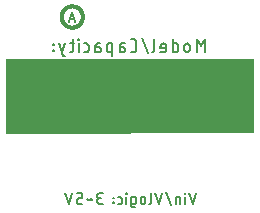
<source format=gbr>
G04 EAGLE Gerber RS-274X export*
G75*
%MOMM*%
%FSLAX34Y34*%
%LPD*%
%INSilkscreen Bottom*%
%IPPOS*%
%AMOC8*
5,1,8,0,0,1.08239X$1,22.5*%
G01*
%ADD10C,0.152400*%
%ADD11C,0.203200*%
%ADD12C,0.304800*%

G36*
X212090Y64603D02*
X212090Y64603D01*
X212095Y64607D01*
X212095Y64608D01*
X212095Y127000D01*
X212091Y127005D01*
X212090Y127005D01*
X2540Y127005D01*
X2535Y127001D01*
X2535Y127000D01*
X2535Y63444D01*
X2539Y63439D01*
X2540Y63439D01*
X212090Y64603D01*
G37*
D10*
X163254Y13208D02*
X160375Y4572D01*
X157497Y13208D01*
X153975Y10329D02*
X153975Y4572D01*
X154214Y12728D02*
X154214Y13208D01*
X153735Y13208D01*
X153735Y12728D01*
X154214Y12728D01*
X149798Y10329D02*
X149798Y4572D01*
X149798Y10329D02*
X147399Y10329D01*
X147324Y10327D01*
X147249Y10321D01*
X147174Y10311D01*
X147100Y10298D01*
X147027Y10280D01*
X146954Y10259D01*
X146883Y10233D01*
X146814Y10205D01*
X146746Y10172D01*
X146680Y10136D01*
X146615Y10097D01*
X146553Y10054D01*
X146493Y10008D01*
X146436Y9959D01*
X146381Y9908D01*
X146330Y9853D01*
X146281Y9796D01*
X146235Y9736D01*
X146192Y9674D01*
X146153Y9610D01*
X146117Y9543D01*
X146084Y9475D01*
X146056Y9406D01*
X146030Y9335D01*
X146009Y9262D01*
X145991Y9189D01*
X145978Y9115D01*
X145968Y9040D01*
X145962Y8965D01*
X145960Y8890D01*
X145960Y4572D01*
X141873Y3612D02*
X138035Y14168D01*
X134603Y13208D02*
X131724Y4572D01*
X128846Y13208D01*
X125070Y13208D02*
X125070Y6011D01*
X125068Y5936D01*
X125062Y5861D01*
X125052Y5786D01*
X125039Y5712D01*
X125021Y5639D01*
X125000Y5566D01*
X124974Y5495D01*
X124946Y5426D01*
X124913Y5358D01*
X124877Y5292D01*
X124838Y5227D01*
X124795Y5165D01*
X124749Y5105D01*
X124700Y5048D01*
X124649Y4993D01*
X124594Y4942D01*
X124537Y4893D01*
X124477Y4847D01*
X124415Y4804D01*
X124351Y4765D01*
X124284Y4729D01*
X124216Y4696D01*
X124147Y4668D01*
X124076Y4642D01*
X124003Y4621D01*
X123930Y4603D01*
X123856Y4590D01*
X123781Y4580D01*
X123706Y4574D01*
X123631Y4572D01*
X120232Y6491D02*
X120232Y8410D01*
X120230Y8496D01*
X120224Y8582D01*
X120215Y8668D01*
X120201Y8753D01*
X120184Y8837D01*
X120163Y8921D01*
X120138Y9003D01*
X120110Y9084D01*
X120078Y9164D01*
X120042Y9243D01*
X120003Y9319D01*
X119960Y9394D01*
X119915Y9467D01*
X119866Y9538D01*
X119813Y9606D01*
X119758Y9673D01*
X119700Y9736D01*
X119639Y9797D01*
X119576Y9855D01*
X119509Y9910D01*
X119441Y9963D01*
X119370Y10012D01*
X119297Y10057D01*
X119222Y10100D01*
X119146Y10139D01*
X119067Y10175D01*
X118987Y10207D01*
X118906Y10235D01*
X118824Y10260D01*
X118740Y10281D01*
X118656Y10298D01*
X118571Y10312D01*
X118485Y10321D01*
X118399Y10327D01*
X118313Y10329D01*
X118227Y10327D01*
X118141Y10321D01*
X118055Y10312D01*
X117970Y10298D01*
X117886Y10281D01*
X117802Y10260D01*
X117720Y10235D01*
X117639Y10207D01*
X117559Y10175D01*
X117480Y10139D01*
X117404Y10100D01*
X117329Y10057D01*
X117256Y10012D01*
X117185Y9963D01*
X117117Y9910D01*
X117050Y9855D01*
X116987Y9797D01*
X116926Y9736D01*
X116868Y9673D01*
X116813Y9606D01*
X116760Y9538D01*
X116711Y9467D01*
X116666Y9394D01*
X116623Y9319D01*
X116584Y9243D01*
X116548Y9164D01*
X116516Y9084D01*
X116488Y9003D01*
X116463Y8921D01*
X116442Y8837D01*
X116425Y8753D01*
X116411Y8668D01*
X116402Y8582D01*
X116396Y8496D01*
X116394Y8410D01*
X116394Y6491D01*
X116396Y6405D01*
X116402Y6319D01*
X116411Y6233D01*
X116425Y6148D01*
X116442Y6064D01*
X116463Y5980D01*
X116488Y5898D01*
X116516Y5817D01*
X116548Y5737D01*
X116584Y5658D01*
X116623Y5582D01*
X116666Y5507D01*
X116711Y5434D01*
X116760Y5363D01*
X116813Y5295D01*
X116868Y5228D01*
X116926Y5165D01*
X116987Y5104D01*
X117050Y5046D01*
X117117Y4991D01*
X117185Y4938D01*
X117256Y4889D01*
X117329Y4844D01*
X117404Y4801D01*
X117480Y4762D01*
X117559Y4726D01*
X117639Y4694D01*
X117720Y4666D01*
X117802Y4641D01*
X117886Y4620D01*
X117970Y4603D01*
X118055Y4589D01*
X118141Y4580D01*
X118227Y4574D01*
X118313Y4572D01*
X118399Y4574D01*
X118485Y4580D01*
X118571Y4589D01*
X118656Y4603D01*
X118740Y4620D01*
X118824Y4641D01*
X118906Y4666D01*
X118987Y4694D01*
X119067Y4726D01*
X119146Y4762D01*
X119222Y4801D01*
X119297Y4844D01*
X119370Y4889D01*
X119441Y4938D01*
X119509Y4991D01*
X119576Y5046D01*
X119639Y5104D01*
X119700Y5165D01*
X119758Y5228D01*
X119813Y5295D01*
X119866Y5363D01*
X119915Y5434D01*
X119960Y5507D01*
X120003Y5582D01*
X120042Y5658D01*
X120078Y5737D01*
X120110Y5817D01*
X120138Y5898D01*
X120163Y5980D01*
X120184Y6064D01*
X120201Y6148D01*
X120215Y6233D01*
X120224Y6319D01*
X120230Y6405D01*
X120232Y6491D01*
X110936Y4572D02*
X108537Y4572D01*
X110936Y4572D02*
X111011Y4574D01*
X111086Y4580D01*
X111161Y4590D01*
X111235Y4603D01*
X111308Y4621D01*
X111381Y4642D01*
X111452Y4668D01*
X111521Y4696D01*
X111589Y4729D01*
X111656Y4765D01*
X111720Y4804D01*
X111782Y4847D01*
X111842Y4893D01*
X111899Y4942D01*
X111954Y4993D01*
X112005Y5048D01*
X112054Y5105D01*
X112100Y5165D01*
X112143Y5227D01*
X112182Y5292D01*
X112218Y5358D01*
X112251Y5426D01*
X112279Y5495D01*
X112305Y5566D01*
X112326Y5639D01*
X112344Y5712D01*
X112357Y5786D01*
X112367Y5861D01*
X112373Y5936D01*
X112375Y6011D01*
X112375Y8890D01*
X112373Y8965D01*
X112367Y9040D01*
X112357Y9115D01*
X112344Y9189D01*
X112326Y9262D01*
X112305Y9335D01*
X112279Y9406D01*
X112251Y9475D01*
X112218Y9543D01*
X112182Y9610D01*
X112143Y9674D01*
X112100Y9736D01*
X112054Y9796D01*
X112005Y9853D01*
X111954Y9908D01*
X111899Y9959D01*
X111842Y10008D01*
X111782Y10054D01*
X111720Y10097D01*
X111656Y10136D01*
X111589Y10172D01*
X111521Y10205D01*
X111452Y10233D01*
X111381Y10259D01*
X111308Y10280D01*
X111235Y10298D01*
X111161Y10311D01*
X111086Y10321D01*
X111011Y10327D01*
X110936Y10329D01*
X108537Y10329D01*
X108537Y3133D01*
X108539Y3058D01*
X108545Y2983D01*
X108555Y2908D01*
X108568Y2834D01*
X108586Y2761D01*
X108607Y2688D01*
X108633Y2617D01*
X108661Y2548D01*
X108694Y2480D01*
X108730Y2414D01*
X108769Y2349D01*
X108812Y2287D01*
X108858Y2227D01*
X108907Y2170D01*
X108958Y2115D01*
X109013Y2064D01*
X109070Y2015D01*
X109130Y1969D01*
X109192Y1926D01*
X109257Y1887D01*
X109323Y1851D01*
X109391Y1818D01*
X109460Y1790D01*
X109531Y1764D01*
X109604Y1743D01*
X109677Y1725D01*
X109751Y1712D01*
X109826Y1702D01*
X109901Y1696D01*
X109976Y1694D01*
X109976Y1693D02*
X111896Y1693D01*
X104293Y4572D02*
X104293Y10329D01*
X104532Y12728D02*
X104532Y13208D01*
X104053Y13208D01*
X104053Y12728D01*
X104532Y12728D01*
X98966Y4572D02*
X97047Y4572D01*
X98966Y4572D02*
X99041Y4574D01*
X99116Y4580D01*
X99191Y4590D01*
X99265Y4603D01*
X99338Y4621D01*
X99411Y4642D01*
X99482Y4668D01*
X99551Y4696D01*
X99619Y4729D01*
X99686Y4765D01*
X99750Y4804D01*
X99812Y4847D01*
X99872Y4893D01*
X99929Y4942D01*
X99984Y4993D01*
X100035Y5048D01*
X100084Y5105D01*
X100130Y5165D01*
X100173Y5227D01*
X100212Y5292D01*
X100248Y5358D01*
X100281Y5426D01*
X100309Y5495D01*
X100335Y5566D01*
X100356Y5639D01*
X100374Y5712D01*
X100387Y5786D01*
X100397Y5861D01*
X100403Y5936D01*
X100405Y6011D01*
X100405Y8890D01*
X100403Y8965D01*
X100397Y9040D01*
X100387Y9115D01*
X100374Y9189D01*
X100356Y9262D01*
X100335Y9335D01*
X100309Y9406D01*
X100281Y9475D01*
X100248Y9543D01*
X100212Y9610D01*
X100173Y9674D01*
X100130Y9736D01*
X100084Y9796D01*
X100035Y9853D01*
X99984Y9908D01*
X99929Y9959D01*
X99872Y10008D01*
X99812Y10054D01*
X99750Y10097D01*
X99686Y10136D01*
X99619Y10172D01*
X99551Y10205D01*
X99482Y10233D01*
X99411Y10259D01*
X99338Y10280D01*
X99265Y10298D01*
X99191Y10311D01*
X99116Y10321D01*
X99041Y10327D01*
X98966Y10329D01*
X97047Y10329D01*
X93560Y5771D02*
X93560Y5292D01*
X93560Y5771D02*
X93080Y5771D01*
X93080Y5292D01*
X93560Y5292D01*
X93560Y9130D02*
X93560Y9610D01*
X93080Y9610D01*
X93080Y9130D01*
X93560Y9130D01*
X84136Y4572D02*
X81737Y4572D01*
X81640Y4574D01*
X81544Y4580D01*
X81448Y4589D01*
X81352Y4603D01*
X81257Y4620D01*
X81163Y4642D01*
X81070Y4667D01*
X80977Y4695D01*
X80886Y4728D01*
X80797Y4764D01*
X80709Y4804D01*
X80622Y4847D01*
X80537Y4893D01*
X80455Y4943D01*
X80374Y4997D01*
X80296Y5053D01*
X80220Y5113D01*
X80146Y5175D01*
X80075Y5241D01*
X80007Y5309D01*
X79941Y5380D01*
X79879Y5454D01*
X79819Y5530D01*
X79763Y5608D01*
X79709Y5689D01*
X79659Y5772D01*
X79613Y5856D01*
X79570Y5943D01*
X79530Y6031D01*
X79494Y6120D01*
X79461Y6211D01*
X79433Y6304D01*
X79408Y6397D01*
X79386Y6491D01*
X79369Y6586D01*
X79355Y6682D01*
X79346Y6778D01*
X79340Y6874D01*
X79338Y6971D01*
X79340Y7068D01*
X79346Y7164D01*
X79355Y7260D01*
X79369Y7356D01*
X79386Y7451D01*
X79408Y7545D01*
X79433Y7638D01*
X79461Y7731D01*
X79494Y7822D01*
X79530Y7911D01*
X79570Y7999D01*
X79613Y8086D01*
X79659Y8171D01*
X79709Y8253D01*
X79763Y8334D01*
X79819Y8412D01*
X79879Y8488D01*
X79941Y8562D01*
X80007Y8633D01*
X80075Y8701D01*
X80146Y8767D01*
X80220Y8829D01*
X80296Y8889D01*
X80374Y8945D01*
X80455Y8999D01*
X80538Y9049D01*
X80622Y9095D01*
X80709Y9138D01*
X80797Y9178D01*
X80886Y9214D01*
X80977Y9247D01*
X81070Y9275D01*
X81163Y9300D01*
X81257Y9322D01*
X81352Y9339D01*
X81448Y9353D01*
X81544Y9362D01*
X81640Y9368D01*
X81737Y9370D01*
X81258Y13208D02*
X84136Y13208D01*
X81258Y13208D02*
X81172Y13206D01*
X81086Y13200D01*
X81000Y13191D01*
X80915Y13177D01*
X80831Y13160D01*
X80747Y13139D01*
X80665Y13114D01*
X80584Y13086D01*
X80504Y13054D01*
X80425Y13018D01*
X80349Y12979D01*
X80274Y12936D01*
X80201Y12891D01*
X80130Y12842D01*
X80062Y12789D01*
X79995Y12734D01*
X79932Y12676D01*
X79871Y12615D01*
X79813Y12552D01*
X79758Y12485D01*
X79705Y12417D01*
X79656Y12346D01*
X79611Y12273D01*
X79568Y12198D01*
X79529Y12122D01*
X79493Y12043D01*
X79461Y11963D01*
X79433Y11882D01*
X79408Y11800D01*
X79387Y11716D01*
X79370Y11632D01*
X79356Y11547D01*
X79347Y11461D01*
X79341Y11375D01*
X79339Y11289D01*
X79341Y11203D01*
X79347Y11117D01*
X79356Y11031D01*
X79370Y10946D01*
X79387Y10862D01*
X79408Y10778D01*
X79433Y10696D01*
X79461Y10615D01*
X79493Y10535D01*
X79529Y10456D01*
X79568Y10380D01*
X79611Y10305D01*
X79656Y10232D01*
X79705Y10161D01*
X79758Y10093D01*
X79813Y10026D01*
X79871Y9963D01*
X79932Y9902D01*
X79995Y9844D01*
X80062Y9789D01*
X80130Y9736D01*
X80201Y9687D01*
X80274Y9642D01*
X80349Y9599D01*
X80425Y9560D01*
X80504Y9524D01*
X80584Y9492D01*
X80665Y9464D01*
X80747Y9439D01*
X80831Y9418D01*
X80915Y9401D01*
X81000Y9387D01*
X81086Y9378D01*
X81172Y9372D01*
X81258Y9370D01*
X83177Y9370D01*
X75123Y7451D02*
X75121Y7511D01*
X75115Y7571D01*
X75106Y7631D01*
X75093Y7690D01*
X75076Y7748D01*
X75056Y7804D01*
X75032Y7860D01*
X75004Y7913D01*
X74974Y7965D01*
X74940Y8015D01*
X74903Y8063D01*
X74863Y8108D01*
X74820Y8151D01*
X74775Y8191D01*
X74727Y8228D01*
X74677Y8262D01*
X74626Y8292D01*
X74572Y8320D01*
X74516Y8344D01*
X74460Y8364D01*
X74402Y8381D01*
X74343Y8394D01*
X74283Y8403D01*
X74223Y8409D01*
X74163Y8411D01*
X74163Y8410D02*
X74098Y8408D01*
X74033Y8403D01*
X73968Y8394D01*
X73903Y8382D01*
X73840Y8366D01*
X73778Y8346D01*
X73716Y8324D01*
X73656Y8298D01*
X73598Y8268D01*
X73541Y8236D01*
X73486Y8201D01*
X73433Y8162D01*
X73382Y8121D01*
X73334Y8077D01*
X73288Y8031D01*
X73244Y7982D01*
X73204Y7930D01*
X73203Y7931D02*
X73163Y7879D01*
X73119Y7830D01*
X73073Y7784D01*
X73025Y7740D01*
X72974Y7699D01*
X72921Y7660D01*
X72866Y7625D01*
X72809Y7593D01*
X72751Y7563D01*
X72691Y7537D01*
X72629Y7515D01*
X72567Y7495D01*
X72504Y7479D01*
X72439Y7467D01*
X72374Y7458D01*
X72309Y7453D01*
X72244Y7451D01*
X72244Y7450D02*
X72184Y7452D01*
X72124Y7458D01*
X72064Y7467D01*
X72005Y7480D01*
X71947Y7497D01*
X71891Y7517D01*
X71835Y7541D01*
X71781Y7569D01*
X71730Y7599D01*
X71680Y7633D01*
X71632Y7670D01*
X71587Y7710D01*
X71544Y7753D01*
X71504Y7798D01*
X71467Y7846D01*
X71433Y7896D01*
X71403Y7947D01*
X71375Y8001D01*
X71351Y8057D01*
X71331Y8113D01*
X71314Y8171D01*
X71301Y8230D01*
X71292Y8290D01*
X71286Y8350D01*
X71284Y8410D01*
X67068Y4572D02*
X64189Y4572D01*
X64103Y4574D01*
X64017Y4580D01*
X63931Y4589D01*
X63846Y4603D01*
X63762Y4620D01*
X63678Y4641D01*
X63596Y4666D01*
X63515Y4694D01*
X63435Y4726D01*
X63356Y4762D01*
X63280Y4801D01*
X63205Y4844D01*
X63132Y4889D01*
X63061Y4938D01*
X62993Y4991D01*
X62926Y5046D01*
X62863Y5104D01*
X62802Y5165D01*
X62744Y5228D01*
X62689Y5295D01*
X62636Y5363D01*
X62587Y5434D01*
X62542Y5507D01*
X62499Y5582D01*
X62460Y5658D01*
X62424Y5737D01*
X62392Y5817D01*
X62364Y5898D01*
X62339Y5980D01*
X62318Y6064D01*
X62301Y6148D01*
X62287Y6233D01*
X62278Y6319D01*
X62272Y6405D01*
X62270Y6491D01*
X62270Y7451D01*
X62272Y7537D01*
X62278Y7623D01*
X62287Y7709D01*
X62301Y7794D01*
X62318Y7878D01*
X62339Y7962D01*
X62364Y8044D01*
X62392Y8125D01*
X62424Y8205D01*
X62460Y8284D01*
X62499Y8360D01*
X62542Y8435D01*
X62587Y8508D01*
X62637Y8579D01*
X62689Y8647D01*
X62744Y8714D01*
X62802Y8777D01*
X62863Y8838D01*
X62926Y8896D01*
X62993Y8951D01*
X63061Y9004D01*
X63132Y9053D01*
X63205Y9098D01*
X63280Y9141D01*
X63356Y9180D01*
X63435Y9216D01*
X63515Y9248D01*
X63596Y9276D01*
X63679Y9301D01*
X63762Y9322D01*
X63846Y9339D01*
X63931Y9353D01*
X64017Y9362D01*
X64103Y9368D01*
X64189Y9370D01*
X67068Y9370D01*
X67068Y13208D01*
X62270Y13208D01*
X58403Y13208D02*
X55525Y4572D01*
X52646Y13208D01*
D11*
X171090Y133096D02*
X171090Y143764D01*
X167534Y137837D01*
X163978Y143764D01*
X163978Y133096D01*
X158094Y135467D02*
X158094Y137837D01*
X158092Y137934D01*
X158086Y138030D01*
X158076Y138126D01*
X158062Y138222D01*
X158045Y138317D01*
X158023Y138412D01*
X157998Y138505D01*
X157969Y138597D01*
X157936Y138688D01*
X157899Y138778D01*
X157859Y138866D01*
X157815Y138952D01*
X157768Y139036D01*
X157718Y139119D01*
X157664Y139199D01*
X157606Y139277D01*
X157546Y139353D01*
X157483Y139426D01*
X157417Y139496D01*
X157347Y139564D01*
X157276Y139629D01*
X157201Y139691D01*
X157124Y139749D01*
X157045Y139805D01*
X156964Y139857D01*
X156880Y139906D01*
X156795Y139952D01*
X156708Y139994D01*
X156619Y140032D01*
X156529Y140067D01*
X156437Y140098D01*
X156344Y140125D01*
X156251Y140149D01*
X156156Y140168D01*
X156060Y140184D01*
X155964Y140196D01*
X155868Y140204D01*
X155771Y140208D01*
X155675Y140208D01*
X155578Y140204D01*
X155482Y140196D01*
X155386Y140184D01*
X155290Y140168D01*
X155195Y140149D01*
X155102Y140125D01*
X155009Y140098D01*
X154917Y140067D01*
X154827Y140032D01*
X154738Y139994D01*
X154651Y139952D01*
X154566Y139906D01*
X154482Y139857D01*
X154401Y139805D01*
X154322Y139749D01*
X154245Y139691D01*
X154170Y139629D01*
X154099Y139564D01*
X154029Y139496D01*
X153963Y139426D01*
X153900Y139353D01*
X153840Y139277D01*
X153782Y139199D01*
X153728Y139119D01*
X153678Y139036D01*
X153631Y138952D01*
X153587Y138866D01*
X153547Y138778D01*
X153510Y138688D01*
X153477Y138597D01*
X153448Y138505D01*
X153423Y138412D01*
X153401Y138317D01*
X153384Y138222D01*
X153370Y138126D01*
X153360Y138030D01*
X153354Y137934D01*
X153352Y137837D01*
X153352Y135467D01*
X153354Y135370D01*
X153360Y135274D01*
X153370Y135178D01*
X153384Y135082D01*
X153401Y134987D01*
X153423Y134892D01*
X153448Y134799D01*
X153477Y134707D01*
X153510Y134616D01*
X153547Y134526D01*
X153587Y134438D01*
X153631Y134352D01*
X153678Y134268D01*
X153728Y134185D01*
X153782Y134105D01*
X153840Y134027D01*
X153900Y133951D01*
X153963Y133878D01*
X154029Y133808D01*
X154099Y133740D01*
X154170Y133675D01*
X154245Y133613D01*
X154322Y133555D01*
X154401Y133499D01*
X154482Y133447D01*
X154566Y133398D01*
X154651Y133352D01*
X154738Y133310D01*
X154827Y133272D01*
X154917Y133237D01*
X155009Y133206D01*
X155102Y133179D01*
X155195Y133155D01*
X155290Y133136D01*
X155386Y133120D01*
X155482Y133108D01*
X155578Y133100D01*
X155675Y133096D01*
X155771Y133096D01*
X155868Y133100D01*
X155964Y133108D01*
X156060Y133120D01*
X156156Y133136D01*
X156251Y133155D01*
X156344Y133179D01*
X156437Y133206D01*
X156529Y133237D01*
X156619Y133272D01*
X156708Y133310D01*
X156795Y133352D01*
X156880Y133398D01*
X156964Y133447D01*
X157045Y133499D01*
X157124Y133555D01*
X157201Y133613D01*
X157276Y133675D01*
X157347Y133740D01*
X157417Y133808D01*
X157483Y133878D01*
X157546Y133951D01*
X157606Y134027D01*
X157664Y134105D01*
X157718Y134185D01*
X157768Y134268D01*
X157815Y134352D01*
X157859Y134438D01*
X157899Y134526D01*
X157936Y134616D01*
X157969Y134707D01*
X157998Y134799D01*
X158023Y134892D01*
X158045Y134987D01*
X158062Y135082D01*
X158076Y135178D01*
X158086Y135274D01*
X158092Y135370D01*
X158094Y135467D01*
X143535Y133096D02*
X143535Y143764D01*
X143535Y133096D02*
X146498Y133096D01*
X146580Y133098D01*
X146662Y133104D01*
X146744Y133113D01*
X146825Y133126D01*
X146905Y133143D01*
X146985Y133164D01*
X147063Y133188D01*
X147140Y133216D01*
X147216Y133247D01*
X147291Y133282D01*
X147363Y133321D01*
X147434Y133362D01*
X147503Y133407D01*
X147569Y133455D01*
X147634Y133506D01*
X147696Y133560D01*
X147755Y133617D01*
X147812Y133676D01*
X147866Y133738D01*
X147917Y133803D01*
X147965Y133869D01*
X148010Y133938D01*
X148051Y134009D01*
X148090Y134081D01*
X148125Y134156D01*
X148156Y134232D01*
X148184Y134309D01*
X148208Y134387D01*
X148229Y134467D01*
X148246Y134547D01*
X148259Y134628D01*
X148268Y134710D01*
X148274Y134792D01*
X148276Y134874D01*
X148276Y138430D01*
X148274Y138512D01*
X148268Y138594D01*
X148259Y138676D01*
X148246Y138757D01*
X148229Y138837D01*
X148208Y138917D01*
X148184Y138995D01*
X148156Y139072D01*
X148125Y139148D01*
X148090Y139223D01*
X148051Y139295D01*
X148010Y139366D01*
X147965Y139435D01*
X147917Y139501D01*
X147866Y139566D01*
X147812Y139628D01*
X147755Y139687D01*
X147696Y139744D01*
X147634Y139798D01*
X147569Y139849D01*
X147503Y139897D01*
X147434Y139942D01*
X147363Y139983D01*
X147291Y140022D01*
X147216Y140057D01*
X147140Y140088D01*
X147063Y140116D01*
X146985Y140140D01*
X146905Y140161D01*
X146825Y140178D01*
X146744Y140191D01*
X146662Y140200D01*
X146580Y140206D01*
X146498Y140208D01*
X143535Y140208D01*
X136123Y133096D02*
X133159Y133096D01*
X136123Y133096D02*
X136205Y133098D01*
X136287Y133104D01*
X136369Y133113D01*
X136450Y133126D01*
X136530Y133143D01*
X136610Y133164D01*
X136688Y133188D01*
X136765Y133216D01*
X136841Y133247D01*
X136916Y133282D01*
X136988Y133321D01*
X137059Y133362D01*
X137128Y133407D01*
X137194Y133455D01*
X137259Y133506D01*
X137321Y133560D01*
X137380Y133617D01*
X137437Y133676D01*
X137491Y133738D01*
X137542Y133803D01*
X137590Y133869D01*
X137635Y133938D01*
X137676Y134009D01*
X137715Y134081D01*
X137750Y134156D01*
X137781Y134232D01*
X137809Y134309D01*
X137833Y134387D01*
X137854Y134467D01*
X137871Y134547D01*
X137884Y134628D01*
X137893Y134710D01*
X137899Y134792D01*
X137901Y134874D01*
X137901Y137837D01*
X137899Y137934D01*
X137893Y138030D01*
X137883Y138126D01*
X137869Y138222D01*
X137852Y138317D01*
X137830Y138412D01*
X137805Y138505D01*
X137776Y138597D01*
X137743Y138688D01*
X137706Y138778D01*
X137666Y138866D01*
X137622Y138952D01*
X137575Y139036D01*
X137525Y139119D01*
X137471Y139199D01*
X137413Y139277D01*
X137353Y139353D01*
X137290Y139426D01*
X137224Y139496D01*
X137154Y139564D01*
X137083Y139629D01*
X137008Y139691D01*
X136931Y139749D01*
X136852Y139805D01*
X136771Y139857D01*
X136687Y139906D01*
X136602Y139952D01*
X136515Y139994D01*
X136426Y140032D01*
X136336Y140067D01*
X136244Y140098D01*
X136151Y140125D01*
X136058Y140149D01*
X135963Y140168D01*
X135867Y140184D01*
X135771Y140196D01*
X135675Y140204D01*
X135578Y140208D01*
X135482Y140208D01*
X135385Y140204D01*
X135289Y140196D01*
X135193Y140184D01*
X135097Y140168D01*
X135002Y140149D01*
X134909Y140125D01*
X134816Y140098D01*
X134724Y140067D01*
X134634Y140032D01*
X134545Y139994D01*
X134458Y139952D01*
X134373Y139906D01*
X134289Y139857D01*
X134208Y139805D01*
X134129Y139749D01*
X134052Y139691D01*
X133977Y139629D01*
X133906Y139564D01*
X133836Y139496D01*
X133770Y139426D01*
X133707Y139353D01*
X133647Y139277D01*
X133589Y139199D01*
X133535Y139119D01*
X133485Y139036D01*
X133438Y138952D01*
X133394Y138866D01*
X133354Y138778D01*
X133317Y138688D01*
X133284Y138597D01*
X133255Y138505D01*
X133230Y138412D01*
X133208Y138317D01*
X133191Y138222D01*
X133177Y138126D01*
X133167Y138030D01*
X133161Y137934D01*
X133159Y137837D01*
X133159Y136652D01*
X137901Y136652D01*
X127961Y134874D02*
X127961Y143764D01*
X127961Y134874D02*
X127959Y134792D01*
X127953Y134710D01*
X127944Y134628D01*
X127931Y134547D01*
X127914Y134467D01*
X127893Y134387D01*
X127869Y134309D01*
X127841Y134232D01*
X127810Y134156D01*
X127775Y134081D01*
X127736Y134009D01*
X127695Y133938D01*
X127650Y133869D01*
X127602Y133803D01*
X127551Y133738D01*
X127497Y133676D01*
X127440Y133617D01*
X127381Y133560D01*
X127319Y133506D01*
X127254Y133455D01*
X127188Y133407D01*
X127119Y133362D01*
X127048Y133321D01*
X126976Y133282D01*
X126901Y133247D01*
X126825Y133216D01*
X126748Y133188D01*
X126670Y133164D01*
X126590Y133143D01*
X126510Y133126D01*
X126429Y133113D01*
X126347Y133104D01*
X126265Y133098D01*
X126183Y133096D01*
X122280Y131911D02*
X117538Y144949D01*
X110265Y133096D02*
X107894Y133096D01*
X110265Y133096D02*
X110360Y133098D01*
X110456Y133104D01*
X110551Y133113D01*
X110645Y133127D01*
X110739Y133144D01*
X110832Y133165D01*
X110925Y133190D01*
X111016Y133218D01*
X111106Y133250D01*
X111194Y133286D01*
X111281Y133325D01*
X111367Y133368D01*
X111451Y133414D01*
X111532Y133463D01*
X111612Y133516D01*
X111689Y133572D01*
X111765Y133630D01*
X111837Y133692D01*
X111907Y133757D01*
X111975Y133825D01*
X112040Y133895D01*
X112102Y133967D01*
X112160Y134043D01*
X112216Y134120D01*
X112269Y134200D01*
X112318Y134282D01*
X112364Y134365D01*
X112407Y134451D01*
X112446Y134538D01*
X112482Y134626D01*
X112514Y134716D01*
X112542Y134807D01*
X112567Y134900D01*
X112588Y134993D01*
X112605Y135087D01*
X112619Y135181D01*
X112628Y135276D01*
X112634Y135372D01*
X112636Y135467D01*
X112635Y135467D02*
X112635Y141393D01*
X112636Y141393D02*
X112634Y141488D01*
X112628Y141584D01*
X112619Y141679D01*
X112605Y141773D01*
X112588Y141867D01*
X112567Y141960D01*
X112542Y142053D01*
X112514Y142144D01*
X112482Y142234D01*
X112446Y142322D01*
X112407Y142409D01*
X112364Y142495D01*
X112318Y142578D01*
X112269Y142660D01*
X112216Y142740D01*
X112160Y142817D01*
X112102Y142893D01*
X112040Y142965D01*
X111975Y143035D01*
X111907Y143103D01*
X111837Y143168D01*
X111765Y143230D01*
X111689Y143288D01*
X111612Y143344D01*
X111532Y143397D01*
X111451Y143446D01*
X111367Y143492D01*
X111281Y143535D01*
X111194Y143574D01*
X111106Y143610D01*
X111016Y143642D01*
X110925Y143670D01*
X110832Y143695D01*
X110739Y143716D01*
X110645Y143733D01*
X110551Y143747D01*
X110456Y143756D01*
X110361Y143762D01*
X110265Y143764D01*
X107894Y143764D01*
X101244Y137245D02*
X98577Y137245D01*
X101244Y137244D02*
X101333Y137242D01*
X101422Y137236D01*
X101511Y137227D01*
X101599Y137213D01*
X101687Y137196D01*
X101774Y137175D01*
X101859Y137151D01*
X101944Y137122D01*
X102027Y137090D01*
X102109Y137055D01*
X102190Y137016D01*
X102268Y136974D01*
X102345Y136928D01*
X102419Y136879D01*
X102492Y136827D01*
X102562Y136771D01*
X102630Y136713D01*
X102695Y136652D01*
X102757Y136588D01*
X102817Y136522D01*
X102873Y136453D01*
X102927Y136382D01*
X102978Y136308D01*
X103025Y136233D01*
X103069Y136155D01*
X103110Y136076D01*
X103147Y135995D01*
X103181Y135912D01*
X103211Y135828D01*
X103237Y135743D01*
X103260Y135656D01*
X103279Y135569D01*
X103295Y135481D01*
X103306Y135393D01*
X103314Y135304D01*
X103318Y135215D01*
X103318Y135125D01*
X103314Y135036D01*
X103306Y134947D01*
X103295Y134859D01*
X103279Y134771D01*
X103260Y134684D01*
X103237Y134597D01*
X103211Y134512D01*
X103181Y134428D01*
X103147Y134345D01*
X103110Y134264D01*
X103069Y134185D01*
X103025Y134107D01*
X102978Y134032D01*
X102927Y133958D01*
X102873Y133887D01*
X102817Y133818D01*
X102757Y133752D01*
X102695Y133688D01*
X102630Y133627D01*
X102562Y133569D01*
X102492Y133513D01*
X102419Y133461D01*
X102345Y133412D01*
X102268Y133366D01*
X102190Y133324D01*
X102109Y133285D01*
X102027Y133250D01*
X101944Y133218D01*
X101859Y133189D01*
X101774Y133165D01*
X101687Y133144D01*
X101599Y133127D01*
X101511Y133113D01*
X101422Y133104D01*
X101333Y133098D01*
X101244Y133096D01*
X98577Y133096D01*
X98577Y138430D01*
X98579Y138512D01*
X98585Y138594D01*
X98594Y138676D01*
X98607Y138757D01*
X98624Y138837D01*
X98645Y138917D01*
X98669Y138995D01*
X98697Y139072D01*
X98728Y139148D01*
X98763Y139223D01*
X98802Y139295D01*
X98843Y139366D01*
X98888Y139435D01*
X98936Y139501D01*
X98987Y139566D01*
X99041Y139628D01*
X99098Y139687D01*
X99157Y139744D01*
X99219Y139798D01*
X99284Y139849D01*
X99350Y139897D01*
X99419Y139942D01*
X99490Y139983D01*
X99562Y140022D01*
X99637Y140057D01*
X99713Y140088D01*
X99790Y140116D01*
X99868Y140140D01*
X99948Y140161D01*
X100028Y140178D01*
X100109Y140191D01*
X100191Y140200D01*
X100273Y140206D01*
X100355Y140208D01*
X102725Y140208D01*
X92473Y140208D02*
X92473Y129540D01*
X92473Y140208D02*
X89510Y140208D01*
X89428Y140206D01*
X89346Y140200D01*
X89264Y140191D01*
X89183Y140178D01*
X89103Y140161D01*
X89023Y140140D01*
X88945Y140116D01*
X88868Y140088D01*
X88792Y140057D01*
X88717Y140022D01*
X88645Y139983D01*
X88574Y139942D01*
X88505Y139897D01*
X88439Y139849D01*
X88374Y139798D01*
X88312Y139744D01*
X88253Y139687D01*
X88196Y139628D01*
X88142Y139566D01*
X88091Y139501D01*
X88043Y139435D01*
X87998Y139366D01*
X87957Y139295D01*
X87918Y139223D01*
X87883Y139148D01*
X87852Y139072D01*
X87824Y138995D01*
X87800Y138917D01*
X87779Y138837D01*
X87762Y138757D01*
X87749Y138676D01*
X87740Y138594D01*
X87734Y138512D01*
X87732Y138430D01*
X87732Y134874D01*
X87734Y134792D01*
X87740Y134710D01*
X87749Y134628D01*
X87762Y134547D01*
X87779Y134467D01*
X87800Y134387D01*
X87824Y134309D01*
X87852Y134232D01*
X87883Y134156D01*
X87918Y134081D01*
X87957Y134009D01*
X87998Y133938D01*
X88043Y133869D01*
X88091Y133803D01*
X88142Y133738D01*
X88196Y133676D01*
X88253Y133617D01*
X88312Y133560D01*
X88374Y133506D01*
X88439Y133455D01*
X88505Y133407D01*
X88574Y133362D01*
X88645Y133321D01*
X88717Y133282D01*
X88792Y133247D01*
X88868Y133216D01*
X88945Y133188D01*
X89023Y133164D01*
X89103Y133143D01*
X89183Y133126D01*
X89264Y133113D01*
X89346Y133104D01*
X89428Y133098D01*
X89510Y133096D01*
X92473Y133096D01*
X80670Y137245D02*
X78003Y137245D01*
X80670Y137244D02*
X80759Y137242D01*
X80848Y137236D01*
X80937Y137227D01*
X81025Y137213D01*
X81113Y137196D01*
X81200Y137175D01*
X81285Y137151D01*
X81370Y137122D01*
X81453Y137090D01*
X81535Y137055D01*
X81616Y137016D01*
X81694Y136974D01*
X81771Y136928D01*
X81845Y136879D01*
X81918Y136827D01*
X81988Y136771D01*
X82056Y136713D01*
X82121Y136652D01*
X82183Y136588D01*
X82243Y136522D01*
X82299Y136453D01*
X82353Y136382D01*
X82404Y136308D01*
X82451Y136233D01*
X82495Y136155D01*
X82536Y136076D01*
X82573Y135995D01*
X82607Y135912D01*
X82637Y135828D01*
X82663Y135743D01*
X82686Y135656D01*
X82705Y135569D01*
X82721Y135481D01*
X82732Y135393D01*
X82740Y135304D01*
X82744Y135215D01*
X82744Y135125D01*
X82740Y135036D01*
X82732Y134947D01*
X82721Y134859D01*
X82705Y134771D01*
X82686Y134684D01*
X82663Y134597D01*
X82637Y134512D01*
X82607Y134428D01*
X82573Y134345D01*
X82536Y134264D01*
X82495Y134185D01*
X82451Y134107D01*
X82404Y134032D01*
X82353Y133958D01*
X82299Y133887D01*
X82243Y133818D01*
X82183Y133752D01*
X82121Y133688D01*
X82056Y133627D01*
X81988Y133569D01*
X81918Y133513D01*
X81845Y133461D01*
X81771Y133412D01*
X81694Y133366D01*
X81616Y133324D01*
X81535Y133285D01*
X81453Y133250D01*
X81370Y133218D01*
X81285Y133189D01*
X81200Y133165D01*
X81113Y133144D01*
X81025Y133127D01*
X80937Y133113D01*
X80848Y133104D01*
X80759Y133098D01*
X80670Y133096D01*
X78003Y133096D01*
X78003Y138430D01*
X78005Y138512D01*
X78011Y138594D01*
X78020Y138676D01*
X78033Y138757D01*
X78050Y138837D01*
X78071Y138917D01*
X78095Y138995D01*
X78123Y139072D01*
X78154Y139148D01*
X78189Y139223D01*
X78228Y139295D01*
X78269Y139366D01*
X78314Y139435D01*
X78362Y139501D01*
X78413Y139566D01*
X78467Y139628D01*
X78524Y139687D01*
X78583Y139744D01*
X78645Y139798D01*
X78710Y139849D01*
X78776Y139897D01*
X78845Y139942D01*
X78916Y139983D01*
X78988Y140022D01*
X79063Y140057D01*
X79139Y140088D01*
X79216Y140116D01*
X79294Y140140D01*
X79374Y140161D01*
X79454Y140178D01*
X79535Y140191D01*
X79617Y140200D01*
X79699Y140206D01*
X79781Y140208D01*
X82152Y140208D01*
X70571Y133096D02*
X68200Y133096D01*
X70571Y133096D02*
X70653Y133098D01*
X70735Y133104D01*
X70817Y133113D01*
X70898Y133126D01*
X70978Y133143D01*
X71058Y133164D01*
X71136Y133188D01*
X71213Y133216D01*
X71289Y133247D01*
X71364Y133282D01*
X71436Y133321D01*
X71507Y133362D01*
X71576Y133407D01*
X71642Y133455D01*
X71707Y133506D01*
X71769Y133560D01*
X71828Y133617D01*
X71885Y133676D01*
X71939Y133738D01*
X71990Y133803D01*
X72038Y133869D01*
X72083Y133938D01*
X72124Y134009D01*
X72163Y134081D01*
X72198Y134156D01*
X72229Y134232D01*
X72257Y134309D01*
X72281Y134387D01*
X72302Y134467D01*
X72319Y134547D01*
X72332Y134628D01*
X72341Y134710D01*
X72347Y134792D01*
X72349Y134874D01*
X72349Y138430D01*
X72347Y138512D01*
X72341Y138594D01*
X72332Y138676D01*
X72319Y138757D01*
X72302Y138837D01*
X72281Y138917D01*
X72257Y138995D01*
X72229Y139072D01*
X72198Y139148D01*
X72163Y139223D01*
X72124Y139295D01*
X72083Y139366D01*
X72038Y139435D01*
X71990Y139501D01*
X71939Y139566D01*
X71885Y139628D01*
X71828Y139687D01*
X71769Y139744D01*
X71707Y139798D01*
X71642Y139849D01*
X71576Y139897D01*
X71507Y139942D01*
X71436Y139983D01*
X71364Y140022D01*
X71289Y140057D01*
X71213Y140088D01*
X71136Y140116D01*
X71058Y140140D01*
X70978Y140161D01*
X70898Y140178D01*
X70817Y140191D01*
X70735Y140200D01*
X70653Y140206D01*
X70571Y140208D01*
X68200Y140208D01*
X63902Y140208D02*
X63902Y133096D01*
X64199Y143171D02*
X64199Y143764D01*
X63606Y143764D01*
X63606Y143171D01*
X64199Y143171D01*
X60104Y140208D02*
X56548Y140208D01*
X58919Y143764D02*
X58919Y134874D01*
X58917Y134792D01*
X58911Y134710D01*
X58902Y134628D01*
X58889Y134547D01*
X58872Y134467D01*
X58851Y134387D01*
X58827Y134309D01*
X58799Y134232D01*
X58768Y134156D01*
X58733Y134081D01*
X58694Y134009D01*
X58653Y133938D01*
X58608Y133869D01*
X58560Y133803D01*
X58509Y133738D01*
X58455Y133676D01*
X58398Y133617D01*
X58339Y133560D01*
X58277Y133506D01*
X58212Y133455D01*
X58146Y133407D01*
X58077Y133362D01*
X58006Y133321D01*
X57934Y133282D01*
X57859Y133247D01*
X57783Y133216D01*
X57706Y133188D01*
X57628Y133164D01*
X57548Y133143D01*
X57468Y133126D01*
X57387Y133113D01*
X57305Y133104D01*
X57223Y133098D01*
X57141Y133096D01*
X56548Y133096D01*
X52176Y129540D02*
X50991Y129540D01*
X47435Y140208D01*
X52176Y140208D02*
X49805Y133096D01*
X42863Y133985D02*
X42863Y134578D01*
X42270Y134578D01*
X42270Y133985D01*
X42863Y133985D01*
X42863Y138726D02*
X42863Y139319D01*
X42270Y139319D01*
X42270Y138726D01*
X42863Y138726D01*
D12*
X49440Y162560D02*
X49443Y162780D01*
X49451Y163001D01*
X49464Y163221D01*
X49483Y163440D01*
X49508Y163659D01*
X49537Y163878D01*
X49572Y164095D01*
X49613Y164312D01*
X49658Y164528D01*
X49709Y164742D01*
X49765Y164955D01*
X49827Y165167D01*
X49893Y165377D01*
X49965Y165585D01*
X50042Y165792D01*
X50124Y165996D01*
X50210Y166199D01*
X50302Y166399D01*
X50399Y166598D01*
X50500Y166793D01*
X50607Y166986D01*
X50718Y167177D01*
X50833Y167364D01*
X50953Y167549D01*
X51078Y167731D01*
X51207Y167909D01*
X51341Y168085D01*
X51478Y168257D01*
X51620Y168425D01*
X51766Y168591D01*
X51916Y168752D01*
X52070Y168910D01*
X52228Y169064D01*
X52389Y169214D01*
X52555Y169360D01*
X52723Y169502D01*
X52895Y169639D01*
X53071Y169773D01*
X53249Y169902D01*
X53431Y170027D01*
X53616Y170147D01*
X53803Y170262D01*
X53994Y170373D01*
X54187Y170480D01*
X54382Y170581D01*
X54581Y170678D01*
X54781Y170770D01*
X54984Y170856D01*
X55188Y170938D01*
X55395Y171015D01*
X55603Y171087D01*
X55813Y171153D01*
X56025Y171215D01*
X56238Y171271D01*
X56452Y171322D01*
X56668Y171367D01*
X56885Y171408D01*
X57102Y171443D01*
X57321Y171472D01*
X57540Y171497D01*
X57759Y171516D01*
X57979Y171529D01*
X58200Y171537D01*
X58420Y171540D01*
X58640Y171537D01*
X58861Y171529D01*
X59081Y171516D01*
X59300Y171497D01*
X59519Y171472D01*
X59738Y171443D01*
X59955Y171408D01*
X60172Y171367D01*
X60388Y171322D01*
X60602Y171271D01*
X60815Y171215D01*
X61027Y171153D01*
X61237Y171087D01*
X61445Y171015D01*
X61652Y170938D01*
X61856Y170856D01*
X62059Y170770D01*
X62259Y170678D01*
X62458Y170581D01*
X62653Y170480D01*
X62846Y170373D01*
X63037Y170262D01*
X63224Y170147D01*
X63409Y170027D01*
X63591Y169902D01*
X63769Y169773D01*
X63945Y169639D01*
X64117Y169502D01*
X64285Y169360D01*
X64451Y169214D01*
X64612Y169064D01*
X64770Y168910D01*
X64924Y168752D01*
X65074Y168591D01*
X65220Y168425D01*
X65362Y168257D01*
X65499Y168085D01*
X65633Y167909D01*
X65762Y167731D01*
X65887Y167549D01*
X66007Y167364D01*
X66122Y167177D01*
X66233Y166986D01*
X66340Y166793D01*
X66441Y166598D01*
X66538Y166399D01*
X66630Y166199D01*
X66716Y165996D01*
X66798Y165792D01*
X66875Y165585D01*
X66947Y165377D01*
X67013Y165167D01*
X67075Y164955D01*
X67131Y164742D01*
X67182Y164528D01*
X67227Y164312D01*
X67268Y164095D01*
X67303Y163878D01*
X67332Y163659D01*
X67357Y163440D01*
X67376Y163221D01*
X67389Y163001D01*
X67397Y162780D01*
X67400Y162560D01*
X67397Y162340D01*
X67389Y162119D01*
X67376Y161899D01*
X67357Y161680D01*
X67332Y161461D01*
X67303Y161242D01*
X67268Y161025D01*
X67227Y160808D01*
X67182Y160592D01*
X67131Y160378D01*
X67075Y160165D01*
X67013Y159953D01*
X66947Y159743D01*
X66875Y159535D01*
X66798Y159328D01*
X66716Y159124D01*
X66630Y158921D01*
X66538Y158721D01*
X66441Y158522D01*
X66340Y158327D01*
X66233Y158134D01*
X66122Y157943D01*
X66007Y157756D01*
X65887Y157571D01*
X65762Y157389D01*
X65633Y157211D01*
X65499Y157035D01*
X65362Y156863D01*
X65220Y156695D01*
X65074Y156529D01*
X64924Y156368D01*
X64770Y156210D01*
X64612Y156056D01*
X64451Y155906D01*
X64285Y155760D01*
X64117Y155618D01*
X63945Y155481D01*
X63769Y155347D01*
X63591Y155218D01*
X63409Y155093D01*
X63224Y154973D01*
X63037Y154858D01*
X62846Y154747D01*
X62653Y154640D01*
X62458Y154539D01*
X62259Y154442D01*
X62059Y154350D01*
X61856Y154264D01*
X61652Y154182D01*
X61445Y154105D01*
X61237Y154033D01*
X61027Y153967D01*
X60815Y153905D01*
X60602Y153849D01*
X60388Y153798D01*
X60172Y153753D01*
X59955Y153712D01*
X59738Y153677D01*
X59519Y153648D01*
X59300Y153623D01*
X59081Y153604D01*
X58861Y153591D01*
X58640Y153583D01*
X58420Y153580D01*
X58200Y153583D01*
X57979Y153591D01*
X57759Y153604D01*
X57540Y153623D01*
X57321Y153648D01*
X57102Y153677D01*
X56885Y153712D01*
X56668Y153753D01*
X56452Y153798D01*
X56238Y153849D01*
X56025Y153905D01*
X55813Y153967D01*
X55603Y154033D01*
X55395Y154105D01*
X55188Y154182D01*
X54984Y154264D01*
X54781Y154350D01*
X54581Y154442D01*
X54382Y154539D01*
X54187Y154640D01*
X53994Y154747D01*
X53803Y154858D01*
X53616Y154973D01*
X53431Y155093D01*
X53249Y155218D01*
X53071Y155347D01*
X52895Y155481D01*
X52723Y155618D01*
X52555Y155760D01*
X52389Y155906D01*
X52228Y156056D01*
X52070Y156210D01*
X51916Y156368D01*
X51766Y156529D01*
X51620Y156695D01*
X51478Y156863D01*
X51341Y157035D01*
X51207Y157211D01*
X51078Y157389D01*
X50953Y157571D01*
X50833Y157756D01*
X50718Y157943D01*
X50607Y158134D01*
X50500Y158327D01*
X50399Y158522D01*
X50302Y158721D01*
X50210Y158921D01*
X50124Y159124D01*
X50042Y159328D01*
X49965Y159535D01*
X49893Y159743D01*
X49827Y159953D01*
X49765Y160165D01*
X49709Y160378D01*
X49658Y160592D01*
X49613Y160808D01*
X49572Y161025D01*
X49537Y161242D01*
X49508Y161461D01*
X49483Y161680D01*
X49464Y161899D01*
X49451Y162119D01*
X49443Y162340D01*
X49440Y162560D01*
D11*
X58251Y166624D02*
X60960Y158496D01*
X55541Y158496D02*
X58251Y166624D01*
X56219Y160528D02*
X60283Y160528D01*
M02*

</source>
